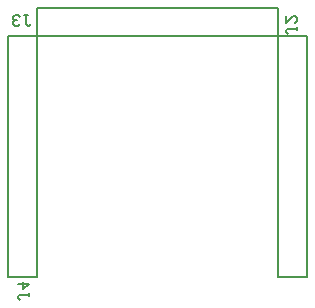
<source format=gbo>
G75*
G70*
%OFA0B0*%
%FSLAX24Y24*%
%IPPOS*%
%LPD*%
%AMOC8*
5,1,8,0,0,1.08239X$1,22.5*
%
%ADD10C,0.0050*%
D10*
X001650Y002869D02*
X002595Y002869D01*
X002595Y010900D01*
X001650Y010900D01*
X001650Y002869D01*
X001978Y002662D02*
X002328Y002662D01*
X002153Y002487D01*
X002153Y002721D01*
X002328Y002352D02*
X002328Y002236D01*
X002328Y002294D02*
X002036Y002294D01*
X001978Y002236D01*
X001978Y002177D01*
X002036Y002119D01*
X002607Y010912D02*
X010638Y010912D01*
X010638Y011857D01*
X002607Y011857D01*
X002607Y010912D01*
X002355Y011260D02*
X002297Y011260D01*
X002238Y011318D01*
X002238Y011610D01*
X002180Y011610D02*
X002297Y011610D01*
X002413Y011318D02*
X002355Y011260D01*
X002045Y011318D02*
X001987Y011260D01*
X001870Y011260D01*
X001812Y011318D01*
X001812Y011376D01*
X001870Y011435D01*
X001928Y011435D01*
X001870Y011435D02*
X001812Y011493D01*
X001812Y011552D01*
X001870Y011610D01*
X001987Y011610D01*
X002045Y011552D01*
X010650Y010900D02*
X010650Y002869D01*
X011595Y002869D01*
X011595Y010900D01*
X010650Y010900D01*
X010918Y011047D02*
X010918Y011106D01*
X010976Y011164D01*
X011268Y011164D01*
X011268Y011106D02*
X011268Y011222D01*
X011210Y011357D02*
X011268Y011416D01*
X011268Y011532D01*
X011210Y011591D01*
X011151Y011591D01*
X010918Y011357D01*
X010918Y011591D01*
X010918Y011047D02*
X010976Y010989D01*
M02*

</source>
